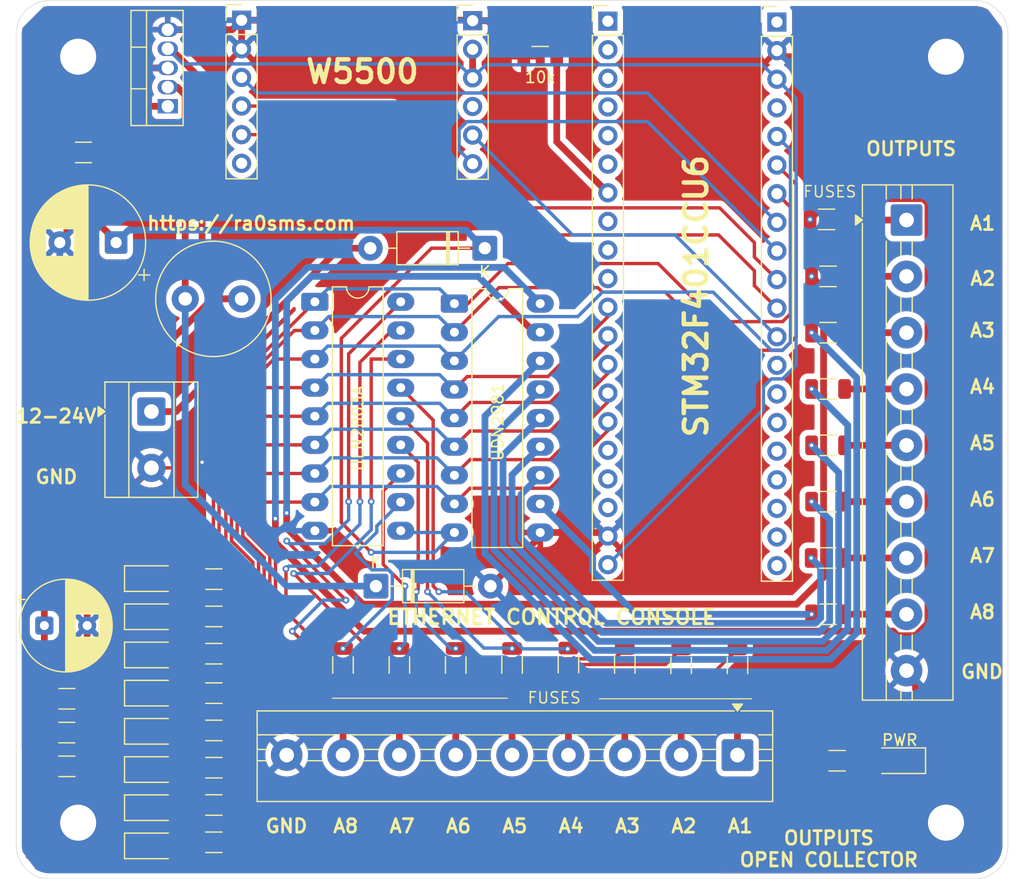
<source format=kicad_pcb>
(kicad_pcb (version 20241229) (generator "pcbnew") (generator_version "9.0")
  (layers (0 "F.Cu" signal) (2 "B.Cu" signal) (13 "F.Paste" user) (15 "B.Paste" user) (5 "F.SilkS" user "F.Silkscreen") (7 "B.SilkS" user "B.Silkscreen") (1 "F.Mask" user) (3 "B.Mask" user) (25 "Edge.Cuts" user))
  (net 0 "")
  (net 2 "OUT7")
  (net 6 "Net-(Black_pill_left1-Pin_7)")
  (net 10 "OUT8")
  (net 11 "+3.3V")
  (net 13 "OUT5")
  (net 15 "GND")
  (net 18 "OUT6")
  (net 19 "OUT4")
  (net 24 "OUT2")
  (net 25 "CS")
  (net 26 "MOSI")
  (net 30 "OUT1")
  (net 32 "OUT3")
  (net 34 "SCK")
  (net 36 "MISO")
  (net 37 "RST")
  (net 39 "Net-(D1-K)")
  (net 40 "Net-(D1-A)")
  (net 41 "Net-(D2-K)")
  (net 42 "Net-(D3-A)")
  (net 43 "Net-(D4-A)")
  (net 44 "Net-(D5-A)")
  (net 45 "Net-(D6-A)")
  (net 46 "Net-(D7-A)")
  (net 47 "Net-(D8-A)")
  (net 48 "Net-(D9-A)")
  (net 49 "Net-(D10-A)")
  (net 50 "Net-(D11-A)")
  (net 51 "Net-(J3-Pin_1)")
  (net 52 "Net-(U3-O1)")
  (net 53 "Net-(J3-Pin_2)")
  (net 54 "Net-(U3-O2)")
  (net 55 "Net-(U3-O3)")
  (net 56 "Net-(J3-Pin_3)")
  (net 57 "Net-(J3-Pin_4)")
  (net 58 "Net-(U3-O4)")
  (net 59 "Net-(U3-O5)")
  (net 60 "Net-(J3-Pin_5)")
  (net 61 "Net-(J3-Pin_6)")
  (net 62 "Net-(U3-O6)")
  (net 63 "Net-(U3-O7)")
  (net 64 "Net-(J3-Pin_7)")
  (net 65 "Net-(U3-O8)")
  (net 66 "Net-(J3-Pin_8)")
  (net 67 "Net-(U2-OUT1)")
  (net 68 "Net-(J2-Pin_1)")
  (net 69 "Net-(U2-OUT2)")
  (net 70 "Net-(J2-Pin_2)")
  (net 71 "Net-(J2-Pin_3)")
  (net 72 "Net-(U2-OUT3)")
  (net 73 "Net-(J2-Pin_4)")
  (net 74 "Net-(U2-OUT4)")
  (net 75 "Net-(U2-OUT5)")
  (net 76 "Net-(J2-Pin_5)")
  (net 77 "Net-(J2-Pin_6)")
  (net 78 "Net-(U2-OUT6)")
  (net 79 "Net-(J2-Pin_7)")
  (net 80 "Net-(U2-OUT7)")
  (net 81 "Net-(J2-Pin_8)")
  (net 82 "Net-(U2-OUT8)")
  (footprint "Resistor_SMD:R_1206_3216Metric" (layer "F.Cu") (at 167.0375 83)
    (property "Reference" "F10" (hide yes))
    (property "Value" "Fuse")
  )
  (footprint "Package_TO_SOT_THT:TO-220-5_Vertical" (layer "F.Cu") (at 108.45 67.9 90)
    (property "Reference" "U1" (hide yes))
    (property "Value" "LM2575-3.3")
  )
  (footprint "Resistor_SMD:R_1206_3216Metric" (layer "F.Cu") (at 167.0375 88)
    (property "Reference" "F11" (hide yes))
    (property "Value" "Fuse")
  )
  (footprint "MountingHole:MountingHole_3.2mm_M3_Pad" (layer "F.Cu") (at 177.5 131.5)
    (property "Reference" "H4" (hide yes))
    (property "Value" "MountingHole_Pad")
  )
  (footprint "Resistor_SMD:R_1206_3216Metric" (layer "F.Cu") (at 167 108)
    (property "Reference" "F15" (hide yes))
    (property "Value" "Fuse")
  )
  (footprint "Connector_PinHeader_2.54mm:PinHeader_1x06_P2.54mm_Vertical" (layer "F.Cu") (at 135.5 60.3)
    (property "Reference" "W5500_right1" (hide yes))
    (property "Value" "Conn_01x06_Pin")
  )
  (footprint "Resistor_SMD:R_1206_3216Metric" (layer "F.Cu") (at 129 117.5 -90)
    (property "Reference" "F7" (hide yes))
    (property "Value" "Fuse")
  )
  (footprint "Diode_SMD:D_1206_3216Metric" (layer "F.Cu") (at 106.9 109.83)
    (property "Reference" "D4" (hide yes))
    (property "Value" "A1")
  )
  (footprint "Resistor_SMD:R_1206_3216Metric" (layer "F.Cu") (at 112.5375 109.88 180)
    (property "Reference" "R3" (hide yes))
    (property "Value" "1k")
  )
  (footprint "Resistor_SMD:R_1206_3216Metric" (layer "F.Cu") (at 167.0375 113)
    (property "Reference" "F16" (hide yes))
    (property "Value" "Fuse")
  )
  (footprint "TerminalBlock:TerminalBlock_MaiXu_MX126-5.0-09P_1x09_P5.00mm" (layer "F.Cu") (at 159 125.5 180)
    (property "Reference" "J3" (hide yes))
    (property "Value" "OUPUTS_OC")
  )
  (footprint "TerminalBlock_MetzConnect:TerminalBlock_MetzConnect_Type055_RT01502HDWU_1x02_P5.00mm_Horizontal" (layer "F.Cu") (at 107 95 -90)
    (property "Reference" "J1" (hide yes))
    (property "Value" "INPUT_VDC")
  )
  (footprint "Resistor_SMD:R_1206_3216Metric" (layer "F.Cu") (at 139 117.5 -90)
    (property "Reference" "F5" (hide yes))
    (property "Value" "Fuse")
  )
  (footprint "MountingHole:MountingHole_3.2mm_M3_Pad" (layer "F.Cu") (at 100.5 63.5)
    (property "Reference" "H1" (hide yes))
    (property "Value" "MountingHole_Pad")
  )
  (footprint "Resistor_SMD:R_1206_3216Metric" (layer "F.Cu") (at 112.5375 123.31 180)
    (property "Reference" "R7" (hide yes))
    (property "Value" "1k")
  )
  (footprint "Connector_PinHeader_2.54mm:PinHeader_1x20_P2.54mm_Vertical" (layer "F.Cu") (at 162.5 60.42)
    (property "Reference" "Black_pill_right1" (hide yes))
    (property "Value" "Conn_01x20_Pin")
  )
  (footprint "Diode_SMD:D_1206_3216Metric" (layer "F.Cu") (at 106.9 120)
    (property "Reference" "D7" (hide yes))
    (property "Value" "A1")
  )
  (footprint "Connector_PinHeader_2.54mm:PinHeader_1x06_P2.54mm_Vertical" (layer "F.Cu") (at 115 60.26)
    (property "Reference" "W5500_left1" (hide yes))
    (property "Value" "Conn_01x06_Pin")
  )
  (footprint "Resistor_SMD:R_1206_3216Metric" (layer "F.Cu") (at 112.5375 129.93 180)
    (property "Reference" "R9" (hide yes))
    (property "Value" "1k")
  )
  (footprint "Resistor_SMD:R_1206_3216Metric" (layer "F.Cu") (at 141.5 63.5)
    (property "Reference" "R1" (hide yes))
    (property "Value" "10k")
  )
  (footprint "Capacitor_SMD:C_1206_3216Metric" (layer "F.Cu") (at 99.5 123.5)
    (property "Reference" "C4" (hide yes))
    (property "Value" "10n")
  )
  (footprint "Resistor_SMD:R_1206_3216Metric" (layer "F.Cu") (at 167.0375 98)
    (property "Reference" "F13" (hide yes))
    (property "Value" "Fuse")
  )
  (footprint "Resistor_SMD:R_1206_3216Metric" (layer "F.Cu") (at 166.90427 77.944009)
    (property "Reference" "F9" (hide yes))
    (property "Value" "Fuse")
  )
  (footprint "Inductor_THT:L_Radial_D10.0mm_P5.00mm_Neosid_SD12_style3" (layer "F.Cu") (at 110 85)
    (property "Reference" "L1" (hide yes))
    (property "Value" "470uH")
  )
  (footprint "Diode_SMD:D_1206_3216Metric" (layer "F.Cu") (at 106.9 113.22)
    (property "Reference" "D5" (hide yes))
    (property "Value" "A1")
  )
  (footprint "Diode_SMD:D_1206_3216Metric" (layer "F.Cu") (at 106.9 130.17)
    (property "Reference" "D10" (hide yes))
    (property "Value" "A1")
  )
  (footprint "Resistor_SMD:R_1206_3216Metric" (layer "F.Cu") (at 112.5375 116.5 180)
    (property "Reference" "R5" (hide yes))
    (property "Value" "1k")
  )
  (footprint "Capacitor_THT:CP_Radial_D10.0mm_P5.00mm" (layer "F.Cu") (at 103.867677 80 180)
    (property "Reference" "C2" (hide yes))
    (property "Value" "470uF")
  )
  (footprint "Capacitor_SMD:C_1206_3216Metric" (layer "F.Cu") (at 100.975 72 180)
    (property "Reference" "C1" (hide yes))
    (property "Value" "100n")
  )
  (footprint "Diode_SMD:D_1206_3216Metric" (layer "F.Cu") (at 106.9 123.39)
    (property "Reference" "D8" (hide yes))
    (property "Value" "A1")
  )
  (footprint "MountingHole:MountingHole_3.2mm_M3_Pad" (layer "F.Cu") (at 177.5 63.5)
    (property "Reference" "H2" (hide yes))
    (property "Value" "MountingHole_Pad")
  )
  (footprint "Package_DIP:DIP-18_W7.62mm_LongPads" (layer "F.Cu") (at 133.88 85.42)
    (property "Reference" "U2" (hide yes))
    (property "Value" "UDN2981")
  )
  (footprint "Connector_PinHeader_2.54mm:PinHeader_1x20_P2.54mm_Vertical" (layer "F.Cu") (at 147.5 60.34)
    (property "Reference" "Black_pill_left1" (hide yes))
    (property "Value" "Conn_01x20_Pin")
  )
  (footprint "Resistor_SMD:R_1206_3216Metric" (layer "F.Cu") (at 159 117.5375 -90)
    (property "Reference" "F1" (hide yes))
    (property "Value" "Fuse")
  )
  (footprint "Resistor_SMD:R_1206_3216Metric" (layer "F.Cu") (at 154 117.5375 -90)
    (property "Reference" "F2" (hide yes))
    (property "Value" "Fuse")
  )
  (footprint "Diode_SMD:D_1206_3216Metric" (layer "F.Cu") (at 106.9 133.56)
    (property "Reference" "D11" (hide yes))
    (property "Value" "A1")
  )
  (footprint "Resistor_SMD:R_1206_3216Metric" (layer "F.Cu") (at 167.0375 103)
    (property "Reference" "F14" (hide yes))
    (property "Value" "Fuse")
  )
  (footprint "Resistor_SMD:R_1206_3216Metric" (layer "F.Cu") (at 134 117.5 -90)
    (property "Reference" "F6" (hide yes))
    (property "Value" "Fuse")
  )
  (footprint "Resistor_SMD:R_1206_3216Metric" (layer "F.Cu") (at 149 117.5 -90)
    (property "Reference" "F3" (hide yes))
    (property "Value" "Fuse")
  )
  (footprint "Diode_THT:D_DO-41_SOD81_P10.16mm_Horizontal" (layer "F.Cu") (at 136.58 80.5 180)
    (property "Reference" "D1" (hide yes))
    (property "Value" "SR240")
  )
  (footprint "Capacitor_SMD:C_1206_3216Metric" (layer "F.Cu") (at 99.5 126.5)
    (property "Reference" "C5" (hide yes))
    (property "Value" "10u")
  )
  (footprint "Resistor_SMD:R_1206_3216Metric" (layer "F.Cu") (at 112.5375 126.62 180)
    (property "Reference" "R8" (hide yes))
    (property "Value" "1k")
  )
  (footprint "Resistor_SMD:R_1206_3216Metric" (layer "F.Cu") (at 112.5375 120 180)
    (property "Reference" "R6" (hide yes))
    (property "Value" "1k")
  )
  (footprint "Resistor_SMD:R_1206_3216Metric" (layer "F.Cu") (at 144 117.4625 -90)
    (property "Reference" "F4" (hide yes))
    (property "Value" "Fuse")
  )
  (footprint "Resistor_SMD:R_1206_3216Metric" (layer "F.Cu") (at 167.0375 93)
    (property "Reference" "F12" (hide yes))
    (property "Value" "Fuse")
  )
  (footprint "Diode_SMD:D_1206_3216Metric" (layer "F.Cu") (at 106.9 116.61)
    (property "Reference" "D6" (hide yes))
    (property "Value" "A1")
  )
  (footprint "Capacitor_THT:CP_Radial_D8.0mm_P3.80mm" (layer "F.Cu") (at 97.5 114)
    (property "Reference" "C6" (hide yes))
    (property "Value" "1000uF")
  )
  (footprint "Diode_SMD:D_1206_3216Metric" (layer "F.Cu") (at 173.4 126 180)
    (property "Reference" "D3" (hide yes))
    (property "Value" "PWR")
  )
  (footprint "Package_DIP:DIP-18_W7.62mm_LongPads" (layer "F.Cu") (at 121.5 85.26)
    (property "Reference" "U3" (hide yes))
    (property "Value" "ULN2803A")
  )
  (footprint "Capacitor_SMD:C_1206_3216Metric" (layer "F.Cu") (at 99.5 120.5)
    (property "Reference" "C3" (hide yes))
    (property "Value" "100n")
  )
  (footprint "Resistor_SMD:R_1206_3216Metric" (layer "F.Cu") (at 124 117.5 -90)
    (property "Reference" "F8" (hide yes))
    (property "Value" "Fuse")
  )
  (footprint "Resistor_SMD:R_1206_3216Metric" (layer "F.Cu") (at 112.5375 113.19 180)
    (property "Reference" "R4" (hide yes))
    (property "Value" "1k")
  )
  (footprint "Diode_SMD:D_1206_3216Metric" (layer "F.Cu") (at 106.9 126.78)
    (property "Reference" "D9" (hide yes))
    (property "Value" "A1")
  )
  (footprint "Diode_THT:D_DO-41_SOD81_P10.16mm_Horizontal" (layer "F.Cu") (at 126.92 110.5)
    (property "Reference" "D2" (hide yes))
    (property "Value" "SR240")
  )
  (footprint "MountingHole:MountingHole_3.2mm_M3_Pad" (layer "F.Cu") (at 100.5 131.5)
    (property "Reference" "H3" (hide yes))
    (property "Value" "MountingHole_Pad")
  )
  (footprint "Resistor_SMD:R_1206_3216Metric" (layer "F.Cu") (at 167.8375 126)
    (property "Reference" "R2" (hide yes))
    (property "Value" "1k")
  )
  (footprint "TerminalBlock:TerminalBlock_MaiXu_MX126-5.0-09P_1x09_P5.00mm" (layer "F.Cu") (at 174 78 -90)
    (property "Reference" "J2" (hide yes))
    (property "Value" "OUPUTS")
  )
  (footprint "Resistor_SMD:R_1206_3216Metric" (layer "F.Cu") (at 112.5375 133.24 180)
    (property "Reference" "R10" (hide yes))
    (property "Value" "1k")
  )
  (gr_line (start 123.073151 120.453341) (end 138.573151 120.453341) (stroke (width 0.1)) (layer "F.SilkS"))
  (gr_line (start 146.75 120.5) (end 160.25 120.5) (stroke (width 0.1)) (layer "F.SilkS"))
  (gr_arc (start 180 58.5) (mid 182.12132 59.37868) (end 183 61.5) (stroke (width 0.05)) (layer "Edge.Cuts"))
  (gr_arc (start 95 61.5) (mid 95.87868 59.37868) (end 98 58.5) (stroke (width 0.05)) (layer "Edge.Cuts"))
  (gr_line (start 183 61.5) (end 183 133.5) (stroke (width 0.05)) (layer "Edge.Cuts"))
  (gr_line (start 180 136.5) (end 98 136.5) (stroke (width 0.05)) (layer "Edge.Cuts"))
  (gr_line (start 98 58.5) (end 180 58.5) (stroke (width 0.05)) (layer "Edge.Cuts"))
  (gr_line (start 95 133.5) (end 95 61.5) (stroke (width 0.05)) (layer "Edge.Cuts"))
  (gr_arc (start 98 136.5) (mid 95.87868 135.62132) (end 95 133.5) (stroke (width 0.05)) (layer "Edge.Cuts"))
  (gr_arc (start 183 133.5) (mid 182.12132 135.62132) (end 180 136.5) (stroke (width 0.05)) (layer "Edge.Cuts"))
  (gr_text "STM32F401CCU6" (at 156.5 97.5 90) (layer "F.SilkS") (effects (font (size 2 2) (thickness 0.4) (bold yes)) (justify left bottom)))
  (gr_text "12-24V" (at 94.847518 96.116299 0) (layer "F.SilkS") (effects (font (size 1.2 1.2) (thickness 0.24) (bold yes)) (justify left bottom)))
  (gr_text "W5500\n" (at 120.5 66 0) (layer "F.SilkS") (effects (font (size 2 2) (thickness 0.4) (bold yes)) (justify left bottom)))
  (gr_text "A8" (at 123 132.5 0) (layer "F.SilkS") (effects (font (size 1.2 1.2) (thickness 0.24) (bold yes)) (justify left bottom)))
  (gr_text "GND" (at 96.585124 101.503914 0) (layer "F.SilkS") (effects (font (size 1.2 1.2) (thickness 0.24) (bold yes)) (justify left bottom)))
  (gr_text "A7" (at 179.5 108.5 0) (layer "F.SilkS") (effects (font (size 1.2 1.2) (thickness 0.24) (bold yes)) (justify left bottom)))
  (gr_text "ETHERNET CONTROL CONSOLE" (at 142.5 114 0) (layer "F.SilkS") (effects (font (size 1.3 1.3) (thickness 0.26) (bold yes)) (justify bottom)))
  (gr_text "A6" (at 179.5 103.5 0) (layer "F.SilkS") (effects (font (size 1.2 1.2) (thickness 0.24) (bold yes)) (justify left bottom)))
  (gr_text "https://ra0sms.com" (at 106.487677 79 0) (layer "F.SilkS") (effects (font (size 1.2 1.2) (thickness 0.24) (bold yes)) (justify left bottom)))
  (gr_text "GND" (at 178.7079 118.800308 0) (layer "F.SilkS") (effects (font (size 1.2 1.2) (thickness 0.24) (bold yes)) (justify left bottom)))
  (gr_text "OUTPUTS\nOPEN COLLECTOR" (at 167.110436 135.5 0) (layer "F.SilkS") (effects (font (size 1.2 1.2) (thickness 0.24) (bold yes)) (justify bottom)))
  (gr_text "A6" (at 133 132.5 0) (layer "F.SilkS") (effects (font (size 1.2 1.2) (thickness 0.24) (bold yes)) (justify left bottom)))
  (gr_text "A2" (at 153 132.5 0) (layer "F.SilkS") (effects (font (size 1.2 1.2) (thickness 0.24) (bold yes)) (justify left bottom)))
  (gr_text "FUSES" (at 140.298434 121 0) (layer "F.SilkS") (effects (font (size 1 1) (thickness 0.125)) (justify left bottom)))
  (gr_text "A1" (at 179.5 79 0) (layer "F.SilkS") (effects (font (size 1.2 1.2) (thickness 0.24) (bold yes)) (justify left bottom)))
  (gr_text "A1" (at 158 132.5 0) (layer "F.SilkS") (effects (font (size 1.2 1.2) (thickness 0.24) (bold yes)) (justify left bottom)))
  (gr_text "A5" (at 138 132.5 0) (layer "F.SilkS") (effects (font (size 1.2 1.2) (thickness 0.24) (bold yes)) (justify left bottom)))
  (gr_text "FUSES" (at 164.749708 76.066492 0) (layer "F.SilkS") (effects (font (size 1 1) (thickness 0.125)) (justify left bottom)))
  (gr_text "A4" (at 179.5 93.5 0) (layer "F.SilkS") (effects (font (size 1.2 1.2) (thickness 0.24) (bold yes)) (justify left bottom)))
  (gr_text "GND" (at 117 132.5 0) (layer "F.SilkS") (effects (font (size 1.2 1.2) (thickness 0.24) (bold yes)) (justify left bottom)))
  (gr_text "A5" (at 179.5 98.5 0) (layer "F.SilkS") (effects (font (size 1.2 1.2) (thickness 0.24) (bold yes)) (justify left bottom)))
  (gr_text "A8" (at 179.5 113.5 0) (layer "F.SilkS") (effects (font (size 1.2 1.2) (thickness 0.24) (bold yes)) (justify left bottom)))
  (gr_text "A3" (at 179.5 88.5 0) (layer "F.SilkS") (effects (font (size 1.2 1.2) (thickness 0.24) (bold yes)) (justify left bottom)))
  (gr_text "OUTPUTS" (at 170.276638 72.381409 0) (layer "F.SilkS") (effects (font (size 1.2 1.2) (thickness 0.24) (bold yes)) (justify left bottom)))
  (gr_text "A7" (at 128 132.5 0) (layer "F.SilkS") (effects (font (size 1.2 1.2) (thickness 0.24) (bold yes)) (justify left bottom)))
  (gr_text "A4" (at 143 132.5 0) (layer "F.SilkS") (effects (font (size 1.2 1.2) (thickness 0.24) (bold yes)) (justify left bottom)))
  (gr_text "A3" (at 148 132.5 0) (layer "F.SilkS") (effects (font (size 1.2 1.2) (thickness 0.24) (bold yes)) (justify left bottom)))
  (gr_text "A2" (at 179.532483 83.895302 0) (layer "F.SilkS") (effects (font (size 1.2 1.2) (thickness 0.24) (bold yes)) (justify left bottom)))
  (segment (start 147.5 94.14776) (end 147.5 93.36) (width 0.3) (layer "F.Cu") (net 2))
  (segment (start 115.60826 102) (end 115.60826 105.85714) (width 0.3) (layer "F.Cu") (net 2))
  (segment (start 115.60826 105.85714) (end 117.505 107.75388) (width 0.3) (layer "F.Cu") (net 2))
  (segment (start 115.5 124.5) (end 115.5 126.91437) (width 0.3) (layer "F.Cu") (net 2))
  (segment (start 115.5 126.91437) (end 114 128.41437) (width 0.3) (layer "F.Cu") (net 2))
  (segment (start 114 128.41437) (end 114 129.93) (width 0.3) (layer "F.Cu") (net 2))
  (segment (start 133.88 100.66) (end 135.269 99.271) (width 0.3) (layer "F.Cu") (net 2))
  (segment (start 142.37676 99.271) (end 147.5 94.14776) (width 0.3) (layer "F.Cu") (net 2))
  (segment (start 117.505 122.495) (end 115.5 124.5) (width 0.3) (layer "F.Cu") (net 2))
  (segment (start 135.269 99.271) (end 142.37676 99.271) (width 0.3) (layer "F.Cu") (net 2))
  (segment (start 117.10826 100.5) (end 115.60826 102) (width 0.3) (layer "F.Cu") (net 2))
  (segment (start 117.505 107.75388) (end 117.505 122.495) (width 0.3) (layer "F.Cu") (net 2))
  (segment (start 121.5 100.5) (end 117.10826 100.5) (width 0.3) (layer "F.Cu") (net 2))
  (segment (start 122.889 99.111) (end 132.331 99.111) (width 0.3) (layer "B.Cu") (net 2))
  (segment (start 121.5 100.5) (end 122.889 99.111) (width 0.3) (layer "B.Cu") (net 2))
  (segment (start 132.331 99.111) (end 133.88 100.66) (width 0.3) (layer "B.Cu") (net 2))
  (segment (start 142.9625 71.0425) (end 147.5 75.58) (width 0.6) (layer "F.Cu") (net 6))
  (segment (start 142.9625 63.5) (end 142.9625 71.0425) (width 0.6) (layer "F.Cu") (net 6))
  (segment (start 118.006 122.995) (end 116.001 125) (width 0.3) (layer "F.Cu") (net 10))
  (segment (start 116.10926 105.64962) (end 118.006 107.54636) (width 0.3) (layer "F.Cu") (net 10))
  (segment (start 142.37676 101.811) (end 147.5 96.68776) (width 0.3) (layer "F.Cu") (net 10))
  (segment (start 135.269 101.811) (end 142.37676 101.811) (width 0.3) (layer "F.Cu") (net 10))
  (segment (start 116.001 129.999) (end 114 132) (width 0.3) (layer "F.Cu") (net 10))
  (segment (start 118.006 107.54636) (end 118.006 122.995) (width 0.3) (layer "F.Cu") (net 10))
  (segment (start 133.88 103.2) (end 135.269 101.811) (width 0.3) (layer "F.Cu") (net 10))
  (segment (start 116.10926 103) (end 116.10926 105.64962) (width 0.3) (layer "F.Cu") (net 10))
  (segment (start 114 132) (end 114 133.24) (width 0.3) (layer "F.Cu") (net 10))
  (segment (start 147.5 96.68776) (end 147.5 95.9) (width 0.3) (layer "F.Cu") (net 10))
  (segment (start 116.001 125) (end 116.001 129.999) (width 0.3) (layer "F.Cu") (net 10))
  (segment (start 121.5 103.04) (end 116.14926 103.04) (width 0.3) (layer "F.Cu") (net 10))
  (segment (start 116.14926 103.04) (end 116.10926 103) (width 0.3) (layer "F.Cu") (net 10))
  (segment (start 122.889 101.651) (end 132.331 101.651) (width 0.3) (layer "B.Cu") (net 10))
  (segment (start 132.331 101.651) (end 133.88 103.2) (width 0.3) (layer "B.Cu") (net 10))
  (segment (start 121.5 103.04) (end 122.889 101.651) (width 0.3) (layer "B.Cu") (net 10))
  (segment (start 96 125.525) (end 98.025 123.5) (width 0.3) (layer "F.Cu") (net 11))
  (segment (start 98.025 123.5) (end 98.025 126.5) (width 0.6) (layer "F.Cu") (net 11))
  (segment (start 97.5 114) (end 97.5 119.975) (width 0.6) (layer "F.Cu") (net 11))
  (segment (start 97.5 99.905578) (end 112.405578 85) (width 0.6) (layer "F.Cu") (net 11))
  (segment (start 112.405578 85) (end 115 85) (width 0.6) (layer "F.Cu") (net 11))
  (segment (start 135.5 62.84) (end 135.5 65.38) (width 0.6) (layer "F.Cu") (net 11))
  (segment (start 97 135.5) (end 96 134.5) (width 0.3) (layer "F.Cu") (net 11))
  (segment (start 113 85) (end 115 85) (width 0.6) (layer "F.Cu") (net 11))
  (segment (start 98.025 120.5) (end 98.025 123.5) (width 0.6) (layer "F.Cu") (net 11))
  (segment (start 111.5 65.5875) (end 111.5 83.5) (width 0.6) (layer "F.Cu") (net 11))
  (segment (start 108.7125 62.8) (end 111.5 65.5875) (width 0.6) (layer "F.Cu") (net 11))
  (segment (start 111.5 83.5) (end 113 85) (width 0.6) (layer "F.Cu") (net 11))
  (segment (start 166.375 126) (end 156.875 135.5) (width 0.3) (layer "F.Cu") (net 11))
  (segment (start 156.875 135.5) (end 97 135.5) (width 0.3) (layer "F.Cu") (net 11))
  (segment (start 96 134.5) (end 96 125.525) (width 0.3) (layer "F.Cu") (net 11))
  (segment (start 97.5 119.975) (end 98.025 120.5) (width 0.6) (layer "F.Cu") (net 11))
  (segment (start 108.45 62.8) (end 108.7125 62.8) (width 0.6) (layer "F.Cu") (net 11))
  (segment (start 97.5 114) (end 97.5 99.905578) (width 0.6) (layer "F.Cu") (net 11))
  (segment (start 164.202 90.896471) (end 164.202 67.202) (width 0.3) (layer "B.Cu") (net 11))
  (segment (start 109.789 64.139) (end 108.45 62.8) (width 0.3) (layer "B.Cu") (net 11))
  (segment (start 136.661 64.219) (end 135.5 65.38) (width 0.3) (layer "B.Cu") (net 11))
  (segment (start 164.202 67.202) (end 162.5 65.5) (width 0.3) (layer "B.Cu") (net 11))
  (segment (start 162.997471 92.101) (end 164.202 90.896471) (width 0.3) (layer "B.Cu") (net 11))
  (segment (start 162.002529 92.101) (end 162.997471 92.101) (width 0.3) (layer "B.Cu") (net 11))
  (segment (start 161.219 64.219) (end 136.661 64.219) (width 0.3) (layer "B.Cu") (net 11))
  (segment (start 161.299 92.804529) (end 162.002529 92.101) (width 0.3) (layer "B.Cu") (net 11))
  (segment (start 161.299 94.801) (end 161.299 92.804529) (width 0.3) (layer "B.Cu") (net 11))
  (segment (start 147.5 108.6) (end 161.299 94.801) (width 0.3) (layer "B.Cu") (net 11))
  (segment (start 134.259 64.139) (end 109.789 64.139) (width 0.3) (layer "B.Cu") (net 11))
  (segment (start 162.5 65.5) (end 161.219 64.219) (width 0.3) (layer "B.Cu") (net 11))
  (segment (start 135.5 65.38) (end 134.259 64.139) (width 0.3) (layer "B.Cu") (net 11))
  (segment (start 121.5 95.42) (end 115.18626 95.42) (width 0.3) (layer "F.Cu") (net 13))
  (segment (start 114.60626 96) (end 114.60626 106.27218) (width 0.3) (layer "F.Cu") (net 13))
  (segment (start 116.503 108.16892) (end 116.503 120.807) (width 0.3) (layer "F.Cu") (net 13))
  (segment (start 147.5 89.06776) (end 147.5 88.28) (width 0.3) (layer "F.Cu") (net 13))
  (segment (start 142.37676 94.191) (end 147.5 89.06776) (width 0.3) (layer "F.Cu") (net 13))
  (segment (start 133.88 95.58) (end 135.269 94.191) (width 0.3) (layer "F.Cu") (net 13))
  (segment (start 114.60626 106.27218) (end 116.503 108.16892) (width 0.3) (layer "F.Cu") (net 13))
  (segment (start 115.18626 95.42) (end 114.60626 96) (width 0.3) (layer "F.Cu") (net 13))
  (segment (start 135.269 94.191) (end 142.37676 94.191) (width 0.3) (layer "F.Cu") (net 13))
  (segment (start 116.503 120.807) (end 114 123.31) (width 0.3) (layer "F.Cu") (net 13))
  (segment (start 122.651 94.269) (end 132.569 94.269) (width 0.3) (layer "B.Cu") (net 13))
  (segment (start 121.5 95.42) (end 122.651 94.269) (width 0.3) (layer "B.Cu") (net 13))
  (segment (start 132.569 94.269) (end 133.88 95.58) (width 0.3) (layer "B.Cu") (net 13))
  (segment (start 147.18 105.74) (end 147.5 106.06) (width 0.6) (layer "F.Cu") (net 15))
  (segment (start 99.5 72) (end 99.5 64.5) (width 0.6) (layer "F.Cu") (net 15))
  (segment (start 108.45 64.5) (end 101.5 64.5) (width 0.6) (layer "F.Cu") (net 15))
  (segment (start 174.8 119.3) (end 174.8 126) (width 0.6) (layer "F.Cu") (net 15))
  (segment (start 105.5 116.61) (end 105.5 120) (width 0.6) (layer "F.Cu") (net 15))
  (segment (start 105.5 126.78) (end 105.5 130.17) (width 0.6) (layer "F.Cu") (net 15))
  (segment (start 100.5 131.5) (end 100.5 129) (width 0.6) (layer "F.Cu") (net 15))
  (segment (start 174.8 128.8) (end 174.8 126) (width 0.6) (layer "F.Cu") (net 15))
  (segment (start 135.46 60.26) (end 135.5 60.3) (width 0.6) (layer "F.Cu") (net 15))
  (segment (start 99.5 72) (end 99.5 79.367677) (width 0.6) (layer "F.Cu") (net 15))
  (segment (start 174 118.5) (end 174.8 119.3) (width 0.6) (layer "F.Cu") (net 15))
  (segment (start 105.5 113.22) (end 105.5 116.61) (width 0.6) (layer "F.Cu") (net 15))
  (segment (start 141.5 106.08) (end 137.08 110.5) (width 0.6) (layer "F.Cu") (net 15))
  (segment (start 115 60.26) (end 135.46 60.26) (width 0.6) (layer "F.Cu") (net 15))
  (segment (start 101.3 114) (end 101.3 120.175) (width 0.6) (layer "F.Cu") (net 15))
  (segment (start 99.5 64.5) (end 100.5 63.5) (width 0.6) (layer "F.Cu") (net 15))
  (segment (start 111 100) (end 107 100) (width 0.3) (layer "F.Cu") (net 15))
  (segment (start 141.5 105.74) (end 141.5 106.08) (width 0.6) (layer "F.Cu") (net 15))
  (segment (start 108.45 61.1) (end 114.16 61.1) (width 0.6) (layer "F.Cu") (net 15))
  (segment (start 100.975 128.475) (end 100.975 126.5) (width 0.6) (layer "F.Cu") (net 15))
  (segment (start 100.975 120.5) (end 100.975 123.5) (width 0.6) (layer "F.Cu") (net 15))
  (segment (start 105.5 123.39) (end 105.5 126.78) (width 0.6) (layer "F.Cu") (net 15))
  (segment (start 174 118) (end 174 118.5) (width 0.6) (layer "F.Cu") (net 15))
  (segment (start 101 128.5) (end 100.975 128.475) (width 0.6) (layer "F.Cu") (net 15))
  (segment (start 101.3 120.175) (end 100.975 120.5) (width 0.6) (layer "F.Cu") (net 15))
  (segment (start 114.16 61.1) (end 115 60.26) (width 0.6) (layer "F.Cu") (net 15))
  (segment (start 177.5 131.5) (end 174.8 128.8) (width 0.6) (layer "F.Cu") (net 15))
  (segment (start 101.3 114) (end 101.3 105.7) (width 0.6) (layer "F.Cu") (net 15))
  (segment (start 103.44 131.5) (end 105.5 133.56) (width 0.6) (layer "F.Cu") (net 15))
  (segment (start 135.5 60.3) (end 136.8375 60.3) (width 0.6) (layer "F.Cu") (net 15))
  (segment (start 100.5 131.5) (end 103.44 131.5) (width 0.6) (layer "F.Cu") (net 15))
  (segment (start 101.5 64.5) (end 100.5 63.5) (width 0.6) (layer "F.Cu") (net 15))
  (segment (start 105.5 109.83) (end 105.5 113.22) (width 0.6) (layer "F.Cu") (net 15))
  (segment (start 163.04 63.5) (end 162.5 62.96) (width 0.6) (layer "F.Cu") (net 15))
  (segment (start 177.5 63.5) (end 163.04 63.5) (width 0.6) (layer "F.Cu") (net 15))
  (segment (start 100.5 129) (end 101 128.5) (width 0.6) (layer "F.Cu") (net 15))
  (segment (start 105.5 120) (end 105.5 123.39) (width 0.6) (layer "F.Cu") (net 15))
  (segment (start 105.5 133.56) (end 105.5 130.17) (width 0.6) (layer "F.Cu") (net 15))
  (segment (start 115 60.26) (end 115 62.8) (width 0.6) (layer "F.Cu") (net 15))
  (segment (start 99.5 79.367677) (end 98.867677 80) (width 0.6) (layer "F.Cu") (net 15))
  (segment (start 101.3 105.7) (end 107 100) (width 0.6) (layer "F.Cu") (net 15))
  (segment (start 111.5 99.5) (end 111 100) (width 0.3) (layer "F.Cu") (net 15))
  (segment (start 141.5 105.74) (end 147.18 105.74) (width 0.6) (layer "F.Cu") (net 15))
  (segment (start 136.8375 60.3) (end 140.0375 63.5) (width 0.6) (layer "F.Cu") (net 15))
  (segment (start 100.975 126.5) (end 100.975 123.5) (width 0.6) (layer "F.Cu") (net 15))
  (via (at 111.5 99.5) (size 0.6) (drill 0.3) (layers "F.Cu" "B.Cu") (net 15))
  (segment (start 180.5 66.5) (end 180.5 128.5) (width 0.6) (layer "B.Cu") (net 15))
  (segment (start 117.58 105.58) (end 111.5 99.5) (width 0.3) (layer "B.Cu") (net 15))
  (segment (start 98.867677 91.867677) (end 98.867677 80) (width 0.6) (layer "B.Cu") (net 15))
  (segment (start 121.5 105.58) (end 117.58 105.58) (width 0.3) (layer "B.Cu") (net 15))
  (segment (start 113 131.5) (end 100.5 131.5) (width 0.6) (layer "B.Cu") (net 15))
  (segment (start 180.5 128.5) (end 177.5 131.5) (width 0.6) (layer "B.Cu") (net 15))
  (segment (start 119 125.5) (end 113 131.5) (width 0.6) (layer "B.Cu") (net 15))
  (segment (start 107 100) (end 98.867677 91.867677) (width 0.6) (layer "B.Cu") (net 15))
  (segment (start 177.5 63.5) (end 180.5 66.5) (width 0.6) (layer "B.Cu") (net 15))
  (segment (start 115.64726 97.96) (end 115.10726 98.5) (width 0.3) (layer "F.Cu") (net 18))
  (segment (start 133.88 98.12) (end 135.269 96.731) (width 0.3) (layer "F.Cu") (net 18))
  (segment (start 117.004 122.10037) (end 114.10437 125) (width 0.3) (layer "F.Cu") (net 18))
  (segment (start 135.269 96.731) (end 142.37676 96.731) (width 0.3) (layer "F.Cu") (net 18))
  (segment (start 115.10726 106.06466) (end 117.004 107.9614) (width 0.3) (layer "F.Cu") (net 18))
  (segment (start 147.5 91.60776) (end 147.5 90.82) (width 0.3) (layer "F.Cu") (net 18))
  (segment (start 117.004 107.9614) (end 117.004 122.10037) (width 0.3) (layer "F.Cu") (net 18))
  (segment (start 142.37676 96.731) (end 147.5 91.60776) (width 0.3) (layer "F.Cu") (net 18))
  (segment (start 115.10726 98.5) (end 115.10726 106.06466) (width 0.3) (layer "F.Cu") (net 18))
  (segment (start 114.10437 125) (end 114 125) (width 0.3) (layer "F.Cu") (net 18))
  (segment (start 114 125) (end 114 126.62) (width 0.3) (layer "F.Cu") (net 18))
  (segment (start 121.5 97.96) (end 115.64726 97.96) (width 0.3) (layer "F.Cu") (net 18))
  (segment (start 132.331 96.571) (end 133.88 98.12) (width 0.3) (layer "B.Cu") (net 18))
  (segment (start 121.5 97.96) (end 122.889 96.571) (width 0.3) (layer "B.Cu") (net 18))
  (segment (start 122.889 96.571) (end 132.331 96.571) (width 0.3) (layer "B.Cu") (net 18))
  (segment (start 116.002 117.998) (end 114 120) (width 0.3) (layer "F.Cu") (net 19))
  (segment (start 147.5 86.581529) (end 147.5 85.74) (width 0.3) (layer "F.Cu") (net 19))
  (segment (start 142.192529 91.889) (end 147.5 86.581529) (width 0.3) (layer "F.Cu") (net 19))
  (segment (start 121.5 92.88) (end 116.03704 92.88) (width 0.3) (layer "F.Cu") (net 19))
  (segment (start 116.002 108.37644) (end 116.002 117.998) (width 0.3) (layer "F.Cu") (net 19))
  (segment (start 116.03704 92.88) (end 114.10526 94.81178) (width 0.3) (layer "F.Cu") (net 19))
  (segment (start 135.031 91.889) (end 142.192529 91.889) (width 0.3) (layer "F.Cu") (net 19))
  (segment (start 114.10526 94.81178) (end 114.10526 106.4797) (width 0.3) (layer "F.Cu") (net 19))
  (segment (start 114.10526 106.4797) (end 116.002 108.37644) (width 0.3) (layer "F.Cu") (net 19))
  (segment (start 133.88 93.04) (end 135.031 91.889) (width 0.3) (layer "F.Cu") (net 19))
  (segment (start 122.651 91.729) (end 132.569 91.729) (width 0.3) (layer "B.Cu") (net 19))
  (segment (start 121.5 92.88) (end 122.651 91.729) (width 0.3) (layer "B.Cu") (net 19))
  (segment (start 132.569 91.729) (end 133.88 93.04) (width 0.3) (layer "B.Cu") (net 19))
  (segment (start 157.759 89.561) (end 162.997471 89.561) (width 0.3) (layer "F.Cu") (net 24))
  (segment (start 133.88 87.96) (end 137.84 84) (width 0.3) (layer "F.Cu") (net 24))
  (segment (start 114.81 113.19) (end 114 113.19) (width 0.3) (layer "F.Cu") (net 24))
  (segment (start 137.84 84) (end 146.601529 84) (width 0.3) (layer "F.Cu") (net 24))
  (segment (start 162.997471 89.561) (end 164.202 88.356471) (width 0.3) (layer "F.Cu") (net 24))
  (segment (start 147.002529 84.401) (end 152.599 84.401) (width 0.3) (layer "F.Cu") (net 24))
  (segment (start 113 106.79148) (end 115 108.79148) (width 0.3) (layer "F.Cu") (net 24))
  (segment (start 115 113) (end 114.81 113.19) (width 0.3) (layer "F.Cu") (net 24))
  (segment (start 152.599 84.401) (end 157.759 89.561) (width 0.3) (layer "F.Cu") (net 24))
  (segment (start 119.7 87.8) (end 113 94.5) (width 0.3) (layer "F.Cu") (net 24))
  (segment (start 164.202 88.356471) (end 164.202 74.822) (width 0.3) (layer "F.Cu") (net 24))
  (segment (start 164.202 74.822) (end 162.5 73.12) (width 0.3) (layer "F.Cu") (net 24))
  (segment (start 113 94.5) (end 113 106.79148) (width 0.3) (layer "F.Cu") (net 24))
  (segment (start 121.5 87.8) (end 119.7 87.8) (width 0.3) (layer "F.Cu") (net 24))
  (segment (start 146.601529 84) (end 147.002529 84.401) (width 0.3) (layer "F.Cu") (net 24))
  (segment (start 115 108.79148) (end 115 113) (width 0.3) (layer "F.Cu") (net 24))
  (segment (start 122.729 86.571) (end 132.491 86.571) (width 0.3) (layer "B.Cu") (net 24))
  (segment (start 121.5 87.8) (end 122.729 86.571) (width 0.3) (layer "B.Cu") (net 24))
  (segment (start 132.491 86.571) (end 133.88 87.96) (width 0.3) (layer "B.Cu") (net 24))
  (segment (start 160.5 82.5) (end 160.5 83.82) (width 0.3) (layer "F.Cu") (net 25))
  (segment (start 115 70.42) (end 130.21148 70.42) (width 0.3) (layer "F.Cu") (net 25))
  (segment (start 139.11248 79.321) (end 157.321 79.321) (width 0.3) (layer "F.Cu") (net 25))
  (segment (start 160.5 83.82) (end 162.5 85.82) (width 0.3) (layer "F.Cu") (net 25))
  (segment (start 157.321 79.321) (end 160.5 82.5) (width 0.3) (layer "F.Cu") (net 25))
  (segment (start 130.21148 70.42) (end 139.11248 79.321) (width 0.3) (layer "F.Cu") (net 25))
  (segment (start 116.379 66.719) (end 151.019 66.719) (width 0.3) (layer "B.Cu") (net 26))
  (segment (start 115 65.34) (end 116.379 66.719) (width 0.3) (layer "B.Cu") (net 26))
  (segment (start 151.019 66.719) (end 162.5 78.2) (width 0.3) (layer "B.Cu") (net 26))
  (segment (start 162.997471 87.021) (end 163.701 86.317471) (width 0.3) (layer "F.Cu") (net 30))
  (segment (start 112.5 94.26) (end 112.5 107) (width 0.3) (layer "F.Cu") (net 30))
  (segment (start 163.701 86.317471) (end 163.701 76.861) (width 0.3) (layer "F.Cu") (net 30))
  (segment (start 135.08 85.42) (end 138.639 81.861) (width 0.3) (layer "F.Cu") (net 30))
  (segment (start 112.5 107) (end 114 108.5) (width 0.3) (layer "F.Cu") (net 30))
  (segment (start 151.961 81.861) (end 157.121 87.021) (width 0.3) (layer "F.Cu") (net 30))
  (segment (start 157.121 87.021) (end 162.997471 87.021) (width 0.3) (layer "F.Cu") (net 30))
  (segment (start 133.88 85.42) (end 135.08 85.42) (width 0.3) (layer "F.Cu") (net 30))
  (segment (start 163.701 76.861) (end 162.5 75.66) (width 0.3) (layer "F.Cu") (net 30))
  (segment (start 114 108.5) (end 114 109.88) (width 0.3) (layer "F.Cu") (net 30))
  (segment (start 121.5 85.26) (end 112.5 94.26) (width 0.3) (layer "F.Cu") (net 30))
  (segment (start 138.639 81.861) (end 151.961 81.861) (width 0.3) (layer "F.Cu") (net 30))
  (segment (start 132.569 84.109) (end 133.88 85.42) (width 0.3) (layer "B.Cu") (net 30))
  (segment (start 122.651 84.109) (end 132.569 84.109) (width 0.3) (layer "B.Cu") (net 30))
  (segment (start 121.5 85.26) (end 122.651 84.109) (width 0.3) (layer "B.Cu") (net 30))
  (segment (start 115.501 108.58396) (end 115.501 114.999) (width 0.3) (layer "F.Cu") (net 32))
  (segment (start 115.501 114.999) (end 114 116.5) (width 0.3) (layer "F.Cu") (net 32))
  (segment (start 113.60426 94.60426) (end 113.60426 106.68722) (width 0.3) (layer "F.Cu") (net 32))
  (segment (start 117.86852 90.34) (end 113.60426 94.60426) (width 0.3) (layer "F.Cu") (net 32))
  (segment (start 113.60426 106.68722) (end 115.501 108.58396) (width 0.3) (layer "F.Cu") (net 32))
  (segment (start 121.5 90.34) (end 117.86852 90.34) (width 0.3) (layer "F.Cu") (net 32))
  (segment (start 163.701 88.857471) (end 163.701 71.781) (width 0.3) (layer "B.Cu") (net 32))
  (segment (start 137.809 86.571) (end 144.832529 86.571) (width 0.3) (layer "B.Cu") (net 32))
  (segment (start 163.701 71.781) (end 162.5 70.58) (width 0.3) (layer "B.Cu") (net 32))
  (segment (start 156.842529 84.401) (end 162.002529 89.561) (width 0.3) (layer "B.Cu") (net 32))
  (segment (start 121.5 90.34) (end 122.651 89.189) (width 0.3) (layer "B.Cu") (net 32))
  (segment (start 144.832529 86.571) (end 147.002529 84.401) (width 0.3) (layer "B.Cu") (net 32))
  (segment (start 147.002529 84.401) (end 156.842529 84.401) (width 0.3) (layer "B.Cu") (net 32))
  (segment (start 132.569 89.189) (end 133.88 90.5) (width 0.3) (layer "B.Cu") (net 32))
  (segment (start 133.88 90.5) (end 137.809 86.571) (width 0.3) (layer "B.Cu") (net 32))
  (segment (start 122.651 89.189) (end 132.569 89.189) (width 0.3) (layer "B.Cu") (net 32))
  (segment (start 162.997471 89.561) (end 163.701 88.857471) (width 0.3) (layer "B.Cu") (net 32))
  (segment (start 162.002529 89.561) (end 162.997471 89.561) (width 0.3) (layer "B.Cu") (net 32))
  (segment (start 157.419 76.919) (end 160.5 80) (width 0.3) (layer "F.Cu") (net 34))
  (segment (start 160.5 81.28) (end 162.5 83.28) (width 0.3) (layer "F.Cu") (net 34))
  (segment (start 137.419 76.919) (end 157.419 76.919) (width 0.3) (layer "F.Cu") (net 34))
  (segment (start 160.5 80) (end 160.5 81.28) (width 0.3) (layer "F.Cu") (net 34))
  (segment (start 115 67.88) (end 128.38 67.88) (width 0.3) (layer "F.Cu") (net 34))
  (segment (start 128.38 67.88) (end 137.419 76.919) (width 0.3) (layer "F.Cu") (net 34))
  (segment (start 151.019 69.259) (end 162.5 80.74) (width 0.3) (layer "B.Cu") (net 36))
  (segment (start 134.299 69.962529) (end 135.002529 69.259) (width 0.3) (layer "B.Cu") (net 36))
  (segment (start 135.002529 69.259) (end 151.019 69.259) (width 0.3) (layer "B.Cu") (net 36))
  (segment (start 134.299 71.799) (end 134.299 69.962529) (width 0.3) (layer "B.Cu") (net 36))
  (segment (start 135.5 73) (end 134.299 71.799) (width 0.3) (layer "B.Cu") (net 36))
  (segment (start 144.361 79.321) (end 153.461 79.321) (width 0.3) (layer "B.Cu") (net 37))
  (segment (start 153.461 79.321) (end 162.5 88.36) (width 0.3) (layer "B.Cu") (net 37))
  (segment (start 135.5 70.46) (end 144.361 79.321) (width 0.3) (layer "B.Cu") (net 37))
  (segment (start 102.45 78.45) (end 102.45 72) (width 0.6) (layer "F.Cu") (net 39))
  (segment (start 126.5 107.5) (end 123.849 104.849) (width 0.3) (layer "F.Cu") (net 39))
  (segment (start 103.867677 80) (end 104 80) (width 0.6) (layer "F.Cu") (net 39))
  (segment (start 123.849 88.50324) (end 131.85224 80.5) (width 0.3) (layer "F.Cu") (net 39))
  (segment (start 104 80) (end 102.45 78.45) (width 0.6) (layer "F.Cu") (net 39))
  (segment (start 106.55 67.9) (end 102.45 72) (width 0.6) (layer "F.Cu") (net 39))
  (segment (start 108.45 67.9) (end 106.55 67.9) (width 0.6) (layer "F.Cu") (net 39))
  (segment (start 131.85224 80.5) (end 136.58 80.5) (width 0.3) (layer "F.Cu") (net 39))
  (segment (start 123.849 104.849) (end 123.849 88.50324) (width 0.3) (layer "F.Cu") (net 39))
  (via (at 126.5 107.5) (size 0.6) (drill 0.3) (layers "F.Cu" "B.Cu") (net 39))
  (segment (start 129.28 105.74) (end 129.12 105.58) (width 0.3) (layer "B.Cu") (net 39))
  (segment (start 104.968677 78.899) (end 103.867677 80) (width 0.6) (layer "B.Cu") (net 39))
  (segment (start 136.58 80.5) (end 136.5 80.5) (width 0.6) (layer "B.Cu") (net 39))
  (segment (start 133.88 105.74) (end 132.12 107.5) (width 0.3) (layer "B.Cu") (net 39))
  (segment (start 132.12 107.5) (end 126.5 107.5) (width 0.3) (layer "B.Cu") (net 39))
  (segment (start 136.5 80.5) (end 134.899 78.899) (width 0.6) (layer "B.Cu") (net 39))
  (segment (start 133.88 105.74) (end 129.28 105.74) (width 0.3) (layer "B.Cu") (net 39))
  (segment (start 134.899 78.899) (end 104.968677 78.899) (width 0.6) (layer "B.Cu") (net 39))
  (segment (start 107 95) (end 109.190998 95) (width 0.6) (layer "F.Cu") (net 40))
  (segment (start 109.190998 95) (end 123.690998 80.5) (width 0.6) (layer "F.Cu") (net 40))
  (segment (start 123.690998 80.5) (end 126.42 80.5) (width 0.6) (layer "F.Cu") (net 40))
  (segment (start 108.45 66.2) (end 109.2895 66.2) (width 0.6) (layer "F.Cu") (net 41))
  (segment (start 109.2895 66.2) (end 110 66.9105) (width 0.6) (layer "F.Cu") (net 41))
  (segment (start 110 66.9105) (end 110 85) (width 0.6) (layer "F.Cu") (net 41))
  (segment (start 126.92 110.5) (end 119 110.5) (width 0.6) (layer "B.Cu") (net 41))
  (segment (start 119 110.5) (end 110 101.5) (width 0.6) (layer "B.Cu") (net 41))
  (segment (start 110 101.5) (end 110 85) (width 0.6) (layer "B.Cu") (net 41))
  (segment (start 172 126) (end 169.3 126) (width 0.6) (layer "F.Cu") (net 42))
  (segment (start 108.35 109.88) (end 108.3 109.83) (width 0.6) (layer "F.Cu") (net 43))
  (segment (start 111.075 109.88) (end 108.35 109.88) (width 0.6) (layer "F.Cu") (net 43))
  (segment (start 111.075 113.19) (end 108.33 113.19) (width 0.6) (layer "F.Cu") (net 44))
  (segment (start 108.33 113.19) (end 108.3 113.22) (width 0.6) (layer "F.Cu") (net 44))
  (segment (start 111.075 116.5) (end 108.41 116.5) (width 0.6) (layer "F.Cu") (net 45))
  (segment (start 108.41 116.5) (end 108.3 116.61) (width 0.6) (layer "F.Cu") (net 45))
  (segment (start 111.075 120) (end 108.3 120) (width 0.6) (layer "F.Cu") (net 46))
  (segment (start 111.075 123.31) (end 108.38 123.31) (width 0.6) (layer "F.Cu") (net 47))
  (segment (start 108.38 123.31) (end 108.3 123.39) (width 0.6) (layer "F.Cu") (net 47))
  (segment (start 111.075 126.62) (end 108.46 126.62) (width 0.6) (layer "F.Cu") (net 48))
  (segment (start 108.46 126.62) (end 108.3 126.78) (width 0.6) (layer "F.Cu") (net 48))
  (segment (start 111.075 129.93) (end 108.54 129.93) (width 0.6) (layer "F.Cu") (net 49))
  (segment (start 108.54 129.93) (end 108.3 130.17) (width 0.6) (layer "F.Cu") (net 49))
  (segment (start 108.62 133.24) (end 108.3 133.56) (width 0.6) (layer "F.Cu") (net 50))
  (segment (start 111.075 133.24) (end 108.62 133.24) (width 0.6) (layer "F.Cu") (net 50))
  (segment (start 159 119) (end 159 125.5) (width 0.6) (layer "F.Cu") (net 51))
  (segment (start 124.5 103) (end 124.5 89.88) (width 0.3) (layer "F.Cu") (net 52))
  (segment (start 157.11613 117.95887) (end 122.95887 117.95887) (width 0.3) (layer "F.Cu") (net 52))
  (segment (start 124.5 89.88) (end 129.12 85.26) (width 0.3) (layer "F.Cu") (net 52))
  (segment (start 159 116.075) (end 157.11613 117.95887) (width 0.3) (layer "F.Cu") (net 52))
  (segment (start 124.255833 111.744167) (end 119.005833 106.494167) (width 0.3) (layer "F.Cu") (net 52))
  (segment (start 122.95887 117.95887) (end 119.5 114.5) (width 0.3) (layer "F.Cu") (net 52))
  (via (at 124.5 103) (size 0.6) (drill 0.3) (layers "F.Cu" "B.Cu") (net 52))
  (via (at 119.005833 106.494167) (size 0.6) (drill 0.3) (layers "F.Cu" "B.Cu") (net 52))
  (via (at 119.5 114.5) (size 0.6) (drill 0.3) (layers "F.Cu" "B.Cu") (net 52))
  (via (at 124.255833 111.744167) (size 0.6) (drill 0.3) (layers "F.Cu" "B.Cu") (net 52))
  (segment (start 119.005833 106.494167) (end 119.242666 106.731) (width 0.3) (layer "B.Cu") (net 52))
  (segment (start 119.5 114.5) (end 122.255833 111.744167) (width 0.3) (layer "B.Cu") (net 52))
  (segment (start 124.5 104.60776) (end 124.5 103) (width 0.3) (layer "B.Cu") (net 52))
  (segment (start 122.255833 111.744167) (end 124.255833 111.744167) (width 0.3) (layer "B.Cu") (net 52))
  (segment (start 119.242666 106.731) (end 122.37676 106.731) (width 0.3) (layer "B.Cu") (net 52))
  (segment (start 122.37676 106.731) (end 124.5 104.60776) (width 0.3) (layer "B.Cu") (net 52))
  (segment (start 154 119) (end 154 125.5) (width 0.6) (layer "F.Cu") (net 53))
  (segment (start 118.938883 112.770753) (end 123.626 117.45787) (width 0.3) (layer "F.Cu") (net 54))
  (segment (start 128.331479 87.8) (end 125.5 90.631479) (width 0.3) (layer "F.Cu") (net 54))
  (segment (start 118.938883 108.963245) (end 118.938883 112.770753) (width 0.3) (layer "F.Cu") (net 54))
  (segment (start 123.626 117.45787) (end 152.61713 117.45787) (width 0.3) (layer "F.Cu") (net 54))
  (segment (start 152.61713 117.45787) (end 154 116.075) (width 0.3) (layer "F.Cu") (net 54))
  (segment (start 129.12 87.8) (end 128.331479 87.8) (width 0.3) (layer "F.Cu") (net 54))
  (segment (start 125.5 90.631479) (end 125.5 103) (width 0.3) (layer "F.Cu") (net 54))
  (via (at 118.938883 108.963245) (size 0.6) (drill 0.3) (layers "F.Cu" "B.Cu") (net 54))
  (via (at 125.5 103) (size 0.6) (drill 0.3) (layers "F.Cu" "B.Cu") (net 54))
  (segment (start 119.177589 108.724539) (end 118.938883 108.963245) (width 0.3) (layer "B.Cu") (net 54))
  (segment (start 121.775461 108.724539) (end 119.177589 108.724539) (width 0.3) (layer "B.Cu") (net 54))
  (segment (start 125.5 103) (end 125.5 105) (width 0.3) (layer "B.Cu") (net 54))
  (segment (start 125.5 105) (end 121.775461 108.724539) (width 0.3) (layer "B.Cu") (net 54))
  (segment (start 127.205792 116.95687) (end 119.624461 109.375539) (width 0.3) (layer "F.Cu") (net 55))
  (segment (start 149 116.0375) (end 148.08063 116.95687) (width 0.3) (layer "F.Cu") (net 55))
  (segment (start 126.5 103) (end 126.5 90.34) (width 0.3) (layer "F.Cu") (net 55))
  (segment (start 126.5 90.34) (end 129.12 90.34) (width 0.3) (layer "F.Cu") (net 55))
  (segment (start 148.08063 116.95687) (end 127.205792 116.95687) (width 0.3) (layer "F.Cu") (net 55))
  (via (at 119.624461 109.375539) (size 0.6) (drill 0.3) (layers "F.Cu" "B.Cu") (net 55))
  (via (at 126.5 103) (size 0.6) (drill 0.3) (layers "F.Cu" "B.Cu") (net 55))
  (segment (start 122.624461 109.375539) (end 119.624461 109.375539) (width 0.3) (layer "B.Cu") (net 55))
  (segment (start 126.5 105.5) (end 122.624461 109.375539) (width 0.3) (layer "B.Cu") (net 55))
  (segment (start 126.5 103) (end 126.5 105.5) (width 0.3) (layer "B.Cu") (net 55))
  (segment (start 149 118.9625) (end 149 125.5) (width 0.6) (layer "F.Cu") (net 56))
  (segment (start 144 118.925) (end 144 125.5) (width 0.6) (layer "F.Cu") (net 57))
  (segment (start 132.001 110.501) (end 132.5 111) (width 0.3) (layer "F.Cu") (net 58))
  (segment (start 129.12 92.88) (end 132.001 95.761) (width 0.3) (layer "F.Cu") (net 58))
  (segment (start 132.001 95.761) (end 132.001 110.501) (width 0.3) (layer "F.Cu") (net 58))
  (via (at 143.928798 116.071202) (size 0.6) (drill 0.3) (layers "F.Cu" "B.Cu") (net 58))
  (via (at 132.5 111) (size 0.6) (drill 0.3) (layers "F.Cu" "B.Cu") (net 58))
  (segment (start 132.5 111) (end 134.883154 111) (width 0.3) (layer "B.Cu") (net 58))
  (segment (start 134.883154 111) (end 139.954356 116.071202) (width 0.3) (layer "B.Cu") (net 58))
  (segment (start 139.954356 116.071202) (end 143.928798 116.071202) (width 0.3) (layer "B.Cu") (net 58))
  (segment (start 129.12 95.42) (end 131.5 97.8) (width 0.3) (layer "F.Cu") (net 59))
  (segment (start 131.5 97.8) (end 131.5 111) (width 0.3) (layer "F.Cu") (net 59))
  (via (at 139 116.0375) (size 0.6) (drill 0.3) (layers "F.Cu" "B.Cu") (net 59))
  (via (at 131.5 111) (size 0.6) (drill 0.3) (layers "F.Cu" "B.Cu") (net 59))
  (segment (start 131.5 111) (end 136.5 116) (width 0.3) (layer "B.Cu") (net 59))
  (segment (start 138.9625 116) (end 139 116.0375) (width 0.3) (layer "B.Cu") (net 59))
  (segment (start 136.5 116) (end 138.9625 116) (width 0.3) (layer "B.Cu") (net 59))
  (segment (start 139 118.9625) (end 139 125.5) (width 0.6) (layer "F.Cu") (net 60))
  (segment (start 134 118.9625) (end 134 125.5) (width 0.6) (layer "F.Cu") (net 61))
  (segment (start 130.671 110.829) (end 130.5 111) (width 0.3) (layer "F.Cu") (net 62))
  (segment (start 129.12 97.96) (end 130.671 99.511) (width 0.3) (layer "F.Cu") (net 62))
  (segment (start 130.671 99.511) (end 130.671 110.829) (width 0.3) (layer "F.Cu") (net 62))
  (via (at 134 116.0375) (size 0.6) (drill 0.3) (layers "F.Cu" "B.Cu") (net 62))
  (via (at 130.5 111) (size 0.6) (drill 0.3) (layers "F.Cu" "B.Cu") (net 62))
  (segment (start 130.5 113) (end 133.5375 116.0375) (width 0.3) (layer "B.Cu") (net 62))
  (segment (start 133.5375 116.0375) (end 134 116.0375) (width 0.3) (layer "B.Cu") (net 62))
  (segment (start 130.5 111) (end 130.5 113) (width 0.3) (layer "B.Cu") (net 62))
  (segment (start 129.12 100.5) (end 127.569 102.051) (width 0.3) (layer "F.Cu") (net 63))
  (segment (start 127.569 108.569) (end 129.5 110.5) (width 0.3) (layer "F.Cu") (net 63))
  (segment (start 127.569 102.051) (end 127.569 108.569) (width 0.3) (layer "F.Cu") (net 63))
  (via (at 129.5 110.5) (size 0.6) (drill 0.3) (layers "F.Cu" "B.Cu") (net 63))
  (via (at 129 116.0375) (size 0.6) (drill 0.3) (layers "F.Cu" "B.Cu") (net 63))
  (segment (start 129.5 110.5) (end 129.5 115.5375) (width 0.3) (layer "B.Cu") (net 63))
  (segment (start 129.5 115.5375) (end 129 116.0375) (width 0.3) (layer "B.Cu") (net 63))
  (segment (start 129 118.9625) (end 129 125.5) (width 0.6) (layer "F.Cu") (net 64))
  (via (at 124 116.0375) (size 0.6) (drill 0.3) (layers "F.Cu" "B.Cu") (net 65))
  (segment (start 129.12 103.04) (end 127.001 105.159) (width 0.3) (layer "B.Cu") (net 65))
  (segment (start 125.10426 107.60426) (end 126.549 109.049) (width 0.3) (layer "B.Cu") (net 65))
  (segment (start 128.371 111.6665) (end 124 116.0375) (width 0.3) (layer "B.Cu") (net 65))
  (segment (start 127.001 105.70752) (end 125.10426 107.60426) (width 0.3) (layer "B.Cu") (net 65))
  (segment (start 127.001 105.159) (end 127.001 105.70752) (width 0.3) (layer "B.Cu") (net 65))
  (segment (start 126.549 109.049) (end 128.02587 109.049) (width 0.3) (layer "B.Cu") (net 65))
  (segment (start 128.02587 109.049) (end 128.371 109.39413) (width 0.3) (layer "B.Cu") (net 65))
  (segment (start 128.371 109.39413) (end 128.371 111.6665) (width 0.3) (layer "B.Cu") (net 65))
  (segment (start 124 118.9625) (end 124 125.5) (width 0.6) (layer "F.Cu") (net 66))
  (segment (start 173.21258 114.901) (end 174.78742 114.901) (width 0.6) (layer "F.Cu") (net 67))
  (segment (start 118 104.5) (end 118 106.619706) (width 0.6) (layer "F.Cu") (net 67))
  (segment (start 118 106.619706) (end 125.880294 114.5) (width 0.6) (layer "F.Cu") (net 67))
  (segment (start 167.286779 76.099) (end 165.44177 77.944009) (width 0.6) (layer "F.Cu") (net 67))
  (segment (start 172.81158 114.5) (end 173.21258 114.901) (width 0.6) (layer "F.Cu") (net 67))
  (segment (start 125.880294 114.5) (end 172.81158 114.5) (width 0.6) (layer "F.Cu") (net 67))
  (segment (start 174.78742 114.901) (end 175.901 113.78742) (width 0.6) (layer "F.Cu") (net 67))
  (segment (start 175.901 76.531998) (end 175.468002 76.099) (width 0.6) (layer "F.Cu") (net 67))
  (segment (start 165.44177 77.944009) (end 165.444009 77.944009) (width 0.6) (layer "F.Cu") (net 67))
  (segment (start 175.901 113.78742) (end 175.901 76.531998) (width 0.6) (layer "F.Cu") (net 67))
  (segment (start 175.468002 76.099) (end 167.286779 76.099) (width 0.6) (layer "F.Cu") (net 67))
  (via (at 165.44177 77.944009) (size 0.6) (drill 0.3) (layers "F.Cu" "B.Cu") (net 67))
  (via (at 118 104.5) (size 0.6) (drill 0.3) (layers "F.Cu" "B.Cu") (net 67))
  (segment (start 118 85.058212) (end 118 104.5) (width 0.6) (layer "B.Cu") (net 67))
  (segment (start 138.279 82.199) (end 120.859212 82.199) (width 0.6) (layer "B.Cu") (net 67))
  (segment (start 120.859212 82.199) (end 118 85.058212) (width 0.6) (layer "B.Cu") (net 67))
  (segment (start 141.5 85.42) (end 138.279 82.199) (width 0.6) (layer "B.Cu") (net 67))
  (segment (start 174 78) (end 168.422761 78) (width 0.6) (layer "F.Cu") (net 68))
  (segment (start 168.422761 78) (end 168.36677 77.944009) (width 0.6) (layer "F.Cu") (net 68))
  (segment (start 140.96 87.96) (end 138 85) (width 0.6) (layer "F.Cu") (net 69))
  (segment (start 125.751998 112.101) (end 164.241002 112.101) (width 0.6) (layer "F.Cu") (net 69))
  (segment (start 164.241002 112.101) (end 166.6385 109.703502) (width 0.6) (layer "F.Cu") (net 69))
  (segment (start 166.6385 109.703502) (end 166.6385 84.0635) (width 0.6) (layer "F.Cu") (net 69))
  (segment (start 166.6385 84.0635) (end 165.575 83) (width 0.6) (layer "F.Cu") (net 69))
  (segment (start 119 104) (end 119 105.349002) (width 0.6) (layer "F.Cu") (net 69))
  (segment (start 119 105.349002) (end 125.751998 112.101) (width 0.6) (layer "F.Cu") (net 69))
  (segment (start 141.5 87.96) (end 140.96 87.96) (width 0.6) (layer "F.Cu") (net 69))
  (via (at 165.575 83) (size 0.6) (drill 0.3) (layers "F.Cu" "B.Cu") (net 69))
  (via (at 138 85) (size 0.6) (drill 0.3) (layers "F.Cu" "B.Cu") (net 69))
  (via (at 119 104) (size 0.6) (drill 0.3) (layers "F.Cu" "B.Cu") (net 69))
  (segment (start 121.190998 83) (end 119 85.190998) (width 0.6) (layer "B.Cu") (net 69))
  (segment (start 136 83) (end 121.190998 83) (width 0.6) (layer "B.Cu") (net 69))
  (segment (start 119 85.190998) (end 119 104) (width 0.6) (layer "B.Cu") (net 69))
  (segment (start 138 85) (end 136 83) (width 0.6) (layer "B.Cu") (net 69))
  (segment (start 174 83) (end 168.5 83) (width 0.6) (layer "F.Cu") (net 70))
  (segment (start 174 88) (end 168.5 88) (width 0.6) (layer "F.Cu") (net 71))
  (via (at 165.575 88) (size 0.6) (drill 0.3) (layers "F.Cu" "B.Cu") (net 72))
  (segment (start 169.58 92.005) (end 165.575 88) (width 0.6) (layer "B.Cu") (net 72))
  (segment (start 136.595002 95.404998) (end 136.595002 107.606036) (width 0.6) (layer "B.Cu") (net 72))
  (segment (start 167.233922 117.005) (end 169.58 114.658922) (width 0.6) (layer "B.Cu") (net 72))
  (segment (start 169.58 114.658922) (end 169.58 92.005) (width 0.6) (layer "B.Cu") (net 72))
  (segment (start 136.595002 107.606036) (end 145.993968 117.005) (width 0.6) (layer "B.Cu") (net 72))
  (segment (start 145.993968 117.005) (end 167.233922 117.005) (width 0.6) (layer "B.Cu") (net 72))
  (segment (start 141.5 90.5) (end 136.595002 95.404998) (width 0.6) (layer "B.Cu") (net 72))
  (segment (start 174 93) (end 168.5 93) (width 0.6) (layer "F.Cu") (net 73))
  (via (at 165.575 93) (size 0.6) (drill 0.3) (layers "F.Cu" "B.Cu") (net 74))
  (segment (start 137.396002 107.27425) (end 146.325753 116.204) (width 0.6) (layer "B.Cu") (net 74))
  (segment (start 141.5 93.04) (end 137.396002 97.143998) (width 0.6) (layer "B.Cu") (net 74))
  (segment (start 166.902141 116.204) (end 168.779 114.327138) (width 0.6) (layer "B.Cu") (net 74))
  (segment (start 137.396002 97.143998) (end 137.396002 107.27425) (width 0.6) (layer "B.Cu") (net 74))
  (segment (start 146.325753 116.204) (end 166.902141 116.204) (width 0.6) (layer "B.Cu") (net 74))
  (segment (start 168.779 96.204) (end 165.575 93) (width 0.6) (layer "B.Cu") (net 74))
  (segment (start 168.779 114.327138) (end 168.779 96.204) (width 0.6) (layer "B.Cu") (net 74))
  (via (at 165.575 98) (size 0.6) (drill 0.3) (layers "F.Cu" "B.Cu") (net 75))
  (segment (start 146.657538 115.403) (end 166.570355 115.403) (width 0.6) (layer "B.Cu") (net 75))
  (segment (start 167.978 113.995354) (end 167.978 100.403) (width 0.6) (layer "B.Cu") (net 75))
  (segment (start 167.978 100.403) (end 165.575 98) (width 0.6) (layer "B.Cu") (net 75))
  (segment (start 138.197001 106.942464) (end 146.657538 115.403) (width 0.6) (layer "B.Cu") (net 75))
  (segment (start 141.5 95.58) (end 138.197001 98.882999) (width 0.6) (layer "B.Cu") (net 75))
  (segment (start 138.197001 98.882999) (end 138.197001 106.942464) (width 0.6) (layer "B.Cu") (net 75))
  (segment (start 166.570355 115.403) (end 167.978 113.995354) (width 0.6) (layer "B.Cu") (net 75))
  (segment (start 174 98) (end 168.5 98) (width 0.6) (layer "F.Cu") (net 76))
  (segment (start 174 103) (end 168.5 103) (width 0.6) (layer "F.Cu") (net 77))
  (via (at 165.575 103) (size 0.6) (drill 0.3) (layers "F.Cu" "B.Cu") (net 78))
  (segment (start 167.177 113.663569) (end 167.177 104.602) (width 0.6) (layer "B.Cu") (net 78))
  (segment (start 138.998 100.622) (end 138.998 106.610678) (width 0.6) (layer "B.Cu") (net 78))
  (segment (start 146.989323 114.602) (end 166.238569 114.602) (width 0.6) (layer "B.Cu") (net 78))
  (segment (start 138.998 106.610678) (end 146.989323 114.602) (width 0.6) (layer "B.Cu") (net 78))
  (segment (start 167.177 104.602) (end 165.575 103) (width 0.6) (layer "B.Cu") (net 78))
  (segment (start 141.5 98.12) (end 138.998 100.622) (width 0.6) (layer "B.Cu") (net 78))
  (segment (start 166.238569 114.602) (end 167.177 113.663569) (width 0.6) (layer "B.Cu") (net 78))
  (segment (start 174 108) (end 168.4625 108) (width 0.6) (layer "F.Cu") (net 79))
  (via (at 165.5375 108) (size 0.6) (drill 0.3) (layers "F.Cu" "B.Cu") (net 80))
  (segment (start 165.906786 113.801) (end 166.376 113.331785) (width 0.6) (layer "B.Cu") (net 80))
  (segment (start 139.799 102.361) (end 139.799 106.278892) (width 0.6) (layer "B.Cu") (net 80))
  (segment (start 147.321108 113.801) (end 165.906786 113.801) (width 0.6) (layer "B.Cu") (net 80))
  (segment (start 166.376 113.331785) (end 166.376 108.8385) (width 0.6) (layer "B.Cu") (net 80))
  (segment (start 166.376 108.8385) (end 165.5375 108) (width 0.6) (layer "B.Cu") (net 80))
  (segment (start 141.5 100.66) (end 139.799 102.361) (width 0.6) (layer "B.Cu") (net 80))
  (segment (start 139.799 106.278892) (end 147.321108 113.801) (width 0.6) (layer "B.Cu") (net 80))
  (segment (start 174 113) (end 168.5 113) (width 0.6) (layer "F.Cu") (net 81))
  (via (at 165.575 113) (size 0.6) (drill 0.3) (layers "F.Cu" "B.Cu") (net 82))
  (segment (start 146.149 109.159603) (end 149.989397 113) (width 0.6) (layer "B.Cu") (net 82))
  (segment (start 149.989397 113) (end 165.575 113) (width 0.6) (layer "B.Cu") (net 82))
  (segment (start 141.5 103.2) (end 146.149 107.849) (width 0.6) (layer "B.Cu") (net 82))
  (segment (start 146.149 107.849) (end 146.149 109.159603) (width 0.6) (layer "B.Cu") (net 82))
  (zone (net 15) (net_name "GND") (layers "F.Cu" "B.Cu") (connect_pads (clearance 0.5)) (min_thickness 0.25) (fill yes (thermal_gap 0.5) (thermal_bridge_width 0.5))
    (polygon (pts (xy 95.5 61) (xy 97.5 59) (xy 181 59) (xy 182.5 61) (xy 182.5 135) (xy 180.5 136) (xy 97 136) (xy 95.5 134)))
  )
)
</source>
